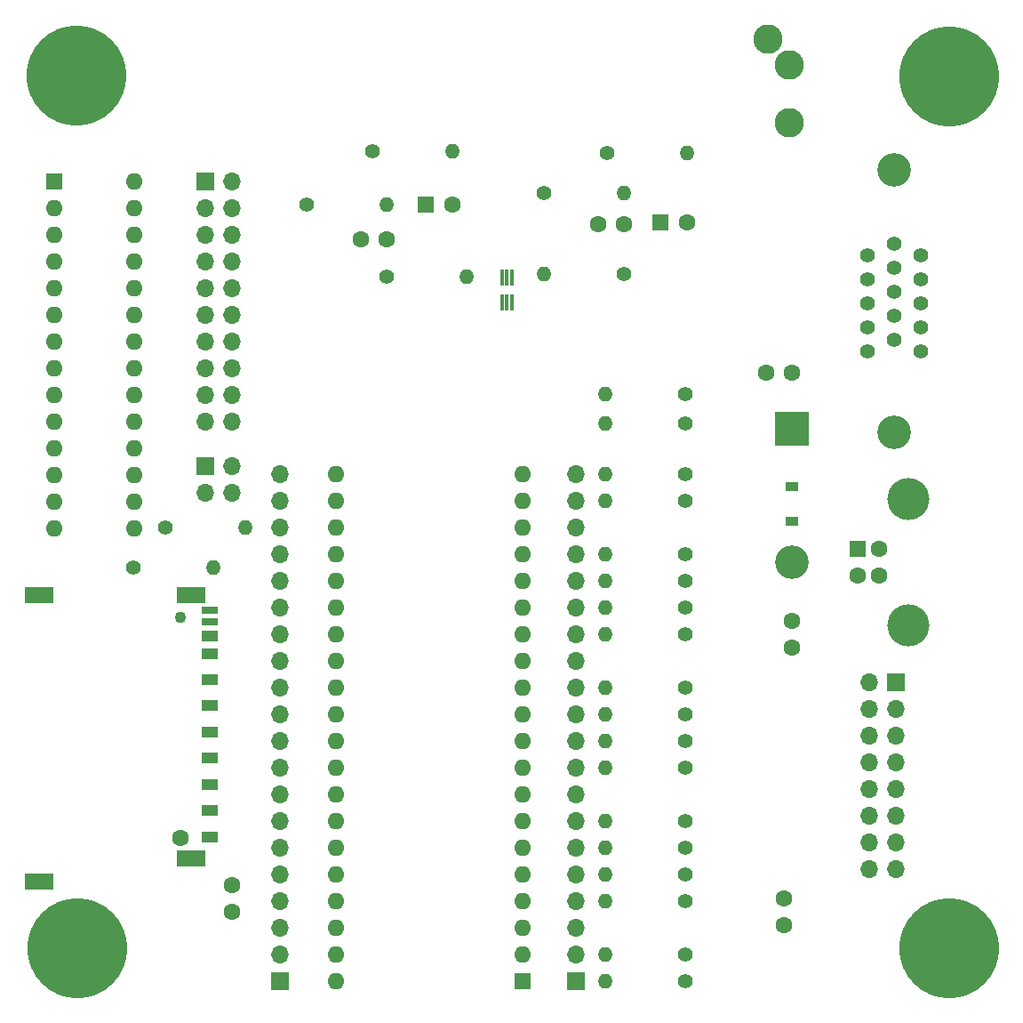
<source format=gbr>
G04 #@! TF.GenerationSoftware,KiCad,Pcbnew,(6.0.1)*
G04 #@! TF.CreationDate,2022-05-14T09:46:04-04:00*
G04 #@! TF.ProjectId,PiPico-01,50695069-636f-42d3-9031-2e6b69636164,2*
G04 #@! TF.SameCoordinates,Original*
G04 #@! TF.FileFunction,Soldermask,Top*
G04 #@! TF.FilePolarity,Negative*
%FSLAX46Y46*%
G04 Gerber Fmt 4.6, Leading zero omitted, Abs format (unit mm)*
G04 Created by KiCad (PCBNEW (6.0.1)) date 2022-05-14 09:46:04*
%MOMM*%
%LPD*%
G01*
G04 APERTURE LIST*
%ADD10R,1.700000X1.700000*%
%ADD11O,1.700000X1.700000*%
%ADD12C,9.525000*%
%ADD13C,3.200000*%
%ADD14C,1.397000*%
%ADD15C,1.600000*%
%ADD16C,1.100000*%
%ADD17R,1.500000X1.000000*%
%ADD18R,1.500000X0.700000*%
%ADD19R,2.800000X1.500000*%
%ADD20C,1.400000*%
%ADD21O,1.400000X1.400000*%
%ADD22R,1.600000X1.600000*%
%ADD23O,1.600000X1.600000*%
%ADD24C,4.000000*%
%ADD25R,0.300000X1.500000*%
%ADD26R,1.200000X0.900000*%
%ADD27R,3.200000X3.200000*%
%ADD28O,3.200000X3.200000*%
%ADD29C,2.800000*%
G04 APERTURE END LIST*
D10*
X93980000Y-73660000D03*
D11*
X91440000Y-73660000D03*
X93980000Y-76200000D03*
X91440000Y-76200000D03*
X93980000Y-78740000D03*
X91440000Y-78740000D03*
X93980000Y-81280000D03*
X91440000Y-81280000D03*
X93980000Y-83820000D03*
X91440000Y-83820000D03*
X93980000Y-86360000D03*
X91440000Y-86360000D03*
X93980000Y-88900000D03*
X91440000Y-88900000D03*
X93980000Y-91440000D03*
X91440000Y-91440000D03*
D12*
X15875000Y-15875000D03*
X99000000Y-99000000D03*
X16000000Y-99000000D03*
X99000000Y-16000000D03*
D13*
X93779340Y-24843740D03*
X93779340Y-49832260D03*
D14*
X91239340Y-33027620D03*
X91239340Y-35318700D03*
X91239340Y-37604700D03*
X91239340Y-39898320D03*
X91239340Y-42186860D03*
X93779340Y-31882080D03*
X93779340Y-34173160D03*
X93779340Y-36464240D03*
X93779340Y-38752780D03*
X93779340Y-41043860D03*
X96319340Y-33027620D03*
X96319340Y-35318700D03*
X96316800Y-37607240D03*
X96319340Y-39898320D03*
X96319340Y-42186860D03*
D15*
X25821500Y-88494000D03*
D16*
X25821500Y-67494000D03*
D17*
X28621500Y-85874000D03*
X28621500Y-83374000D03*
X28621500Y-80874000D03*
X28621500Y-78374000D03*
X28621500Y-75874000D03*
X28621500Y-73374000D03*
X28621500Y-70954000D03*
X28621500Y-69254000D03*
X28621500Y-88374000D03*
D18*
X28621500Y-67914000D03*
X28621500Y-66774000D03*
D19*
X26821500Y-90444000D03*
X26821500Y-65344000D03*
X12321500Y-65344000D03*
X12321500Y-92644000D03*
D20*
X73914000Y-91948000D03*
D21*
X66294000Y-91948000D03*
D20*
X73914000Y-89408000D03*
D21*
X66294000Y-89408000D03*
D20*
X73914000Y-94488000D03*
D21*
X66294000Y-94488000D03*
D20*
X73914000Y-99568000D03*
D21*
X66294000Y-99568000D03*
D20*
X73914000Y-102108000D03*
D21*
X66294000Y-102108000D03*
D20*
X73914000Y-69088000D03*
D21*
X66294000Y-69088000D03*
D20*
X68072000Y-34798000D03*
D21*
X60452000Y-34798000D03*
D20*
X73914000Y-74168000D03*
D21*
X66294000Y-74168000D03*
D20*
X73914000Y-76708000D03*
D21*
X66294000Y-76708000D03*
D20*
X73914000Y-79248000D03*
D21*
X66294000Y-79248000D03*
D20*
X73914000Y-81788000D03*
D21*
X66294000Y-81788000D03*
D20*
X73914000Y-53848000D03*
D21*
X66294000Y-53848000D03*
D20*
X73914000Y-56388000D03*
D21*
X66294000Y-56388000D03*
D20*
X73914000Y-61468000D03*
D21*
X66294000Y-61468000D03*
D20*
X73914000Y-64008000D03*
D21*
X66294000Y-64008000D03*
D20*
X73914000Y-66548000D03*
D21*
X66294000Y-66548000D03*
X68072000Y-27076400D03*
D20*
X60452000Y-27076400D03*
X73914000Y-86868000D03*
D21*
X66294000Y-86868000D03*
D20*
X73914000Y-46228000D03*
D21*
X66294000Y-46228000D03*
D20*
X73914000Y-49022000D03*
D21*
X66294000Y-49022000D03*
D22*
X58425004Y-102102996D03*
D23*
X58425004Y-99562996D03*
X58425004Y-97022996D03*
X58425004Y-94482996D03*
X58425004Y-91942996D03*
X58425004Y-89402996D03*
X58425004Y-86862996D03*
X58425004Y-84322996D03*
X58425004Y-81782996D03*
X58425004Y-79242996D03*
X58425004Y-76702996D03*
X58425004Y-74162996D03*
X58425004Y-71622996D03*
X58425004Y-69082996D03*
X58425004Y-66542996D03*
X58425004Y-64002996D03*
X58425004Y-61462996D03*
X58425004Y-58922996D03*
X58425004Y-56382996D03*
X58425004Y-53842996D03*
X40645004Y-53842996D03*
X40645004Y-56382996D03*
X40645004Y-58922996D03*
X40645004Y-61462996D03*
X40645004Y-64002996D03*
X40645004Y-66542996D03*
X40645004Y-69082996D03*
X40645004Y-71622996D03*
X40645004Y-74162996D03*
X40645004Y-76702996D03*
X40645004Y-79242996D03*
X40645004Y-81782996D03*
X40645004Y-84322996D03*
X40645004Y-86862996D03*
X40645004Y-89402996D03*
X40645004Y-91942996D03*
X40645004Y-94482996D03*
X40645004Y-97022996D03*
X40645004Y-99562996D03*
X40645004Y-102102996D03*
D22*
X90297000Y-60980000D03*
D15*
X90297000Y-63480000D03*
X92297000Y-63480000D03*
X92297000Y-60980000D03*
D24*
X95157000Y-68230000D03*
X95157000Y-56230000D03*
D15*
X84054000Y-44196000D03*
X81554000Y-44196000D03*
D22*
X71540488Y-29921200D03*
D15*
X74040488Y-29921200D03*
X68052000Y-30022800D03*
X65552000Y-30022800D03*
X84074000Y-67838000D03*
X84074000Y-70338000D03*
X30734000Y-92984000D03*
X30734000Y-95484000D03*
X83312000Y-94254000D03*
X83312000Y-96754000D03*
D25*
X56400000Y-37472000D03*
X56900000Y-37472000D03*
X57400000Y-37472000D03*
X57400000Y-35172000D03*
X56900000Y-35172000D03*
X56400000Y-35172000D03*
D26*
X84074000Y-54992000D03*
X84074000Y-58292000D03*
D27*
X84074000Y-49530000D03*
D28*
X84074000Y-62230000D03*
D15*
X45446000Y-31496000D03*
X42946000Y-31496000D03*
D20*
X37846000Y-28194000D03*
D21*
X45466000Y-28194000D03*
D20*
X21336000Y-62738000D03*
D21*
X28956000Y-62738000D03*
D20*
X24384000Y-58928000D03*
D21*
X32004000Y-58928000D03*
D10*
X35306000Y-102108000D03*
D11*
X35306000Y-99568000D03*
X35306000Y-97028000D03*
X35306000Y-94488000D03*
X35306000Y-91948000D03*
X35306000Y-89408000D03*
X35306000Y-86868000D03*
X35306000Y-84328000D03*
X35306000Y-81788000D03*
X35306000Y-79248000D03*
X35306000Y-76708000D03*
X35306000Y-74168000D03*
X35306000Y-71628000D03*
X35306000Y-69088000D03*
X35306000Y-66548000D03*
X35306000Y-64008000D03*
X35306000Y-61468000D03*
X35306000Y-58928000D03*
X35306000Y-56388000D03*
X35306000Y-53848000D03*
D20*
X66395600Y-23266400D03*
D21*
X74015600Y-23266400D03*
D10*
X28189000Y-53081000D03*
D11*
X30729000Y-53081000D03*
X28189000Y-55621000D03*
X30729000Y-55621000D03*
D10*
X28189000Y-26015255D03*
D11*
X30729000Y-26015255D03*
X28189000Y-28555255D03*
X30729000Y-28555255D03*
X28189000Y-31095255D03*
X30729000Y-31095255D03*
X28189000Y-33635255D03*
X30729000Y-33635255D03*
X28189000Y-36175255D03*
X30729000Y-36175255D03*
X28189000Y-38715255D03*
X30729000Y-38715255D03*
X28189000Y-41255255D03*
X30729000Y-41255255D03*
X28189000Y-43795255D03*
X30729000Y-43795255D03*
X28189000Y-46335255D03*
X30729000Y-46335255D03*
X28189000Y-48875255D03*
X30729000Y-48875255D03*
D22*
X13726000Y-26020255D03*
D23*
X13726000Y-28560255D03*
X13726000Y-31100255D03*
X13726000Y-33640255D03*
X13726000Y-36180255D03*
X13726000Y-38720255D03*
X13726000Y-41260255D03*
X13726000Y-43800255D03*
X13726000Y-46340255D03*
X13726000Y-48880255D03*
X13726000Y-51420255D03*
X13726000Y-53960255D03*
X13726000Y-56500255D03*
X13726000Y-59040255D03*
X21346000Y-59040255D03*
X21346000Y-56500255D03*
X21346000Y-53960255D03*
X21346000Y-51420255D03*
X21346000Y-48880255D03*
X21346000Y-46340255D03*
X21346000Y-43800255D03*
X21346000Y-41260255D03*
X21346000Y-38720255D03*
X21346000Y-36180255D03*
X21346000Y-33640255D03*
X21346000Y-31100255D03*
X21346000Y-28560255D03*
X21346000Y-26020255D03*
D22*
X49159349Y-28194000D03*
D15*
X51659349Y-28194000D03*
D29*
X83788000Y-20356000D03*
X81788000Y-12456000D03*
X83788000Y-14856000D03*
D20*
X44043600Y-23114000D03*
D21*
X51663600Y-23114000D03*
D20*
X45466000Y-35052000D03*
D21*
X53086000Y-35052000D03*
D10*
X63500000Y-102108000D03*
D11*
X63500000Y-99568000D03*
X63500000Y-97028000D03*
X63500000Y-94488000D03*
X63500000Y-91948000D03*
X63500000Y-89408000D03*
X63500000Y-86868000D03*
X63500000Y-84328000D03*
X63500000Y-81788000D03*
X63500000Y-79248000D03*
X63500000Y-76708000D03*
X63500000Y-74168000D03*
X63500000Y-71628000D03*
X63500000Y-69088000D03*
X63500000Y-66548000D03*
X63500000Y-64008000D03*
X63500000Y-61468000D03*
X63500000Y-58928000D03*
X63500000Y-56388000D03*
X63500000Y-53848000D03*
M02*

</source>
